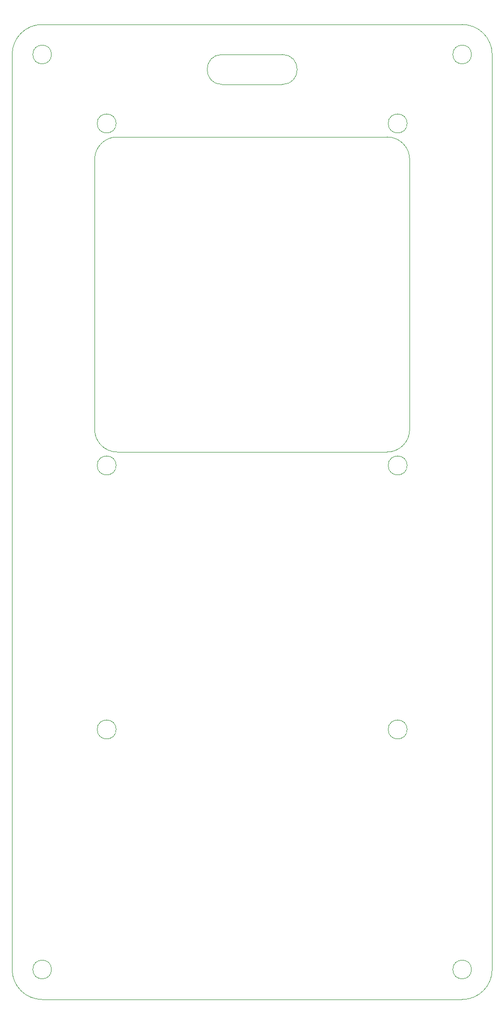
<source format=gbr>
G04 #@! TF.GenerationSoftware,KiCad,Pcbnew,(5.1.2-1)-1*
G04 #@! TF.CreationDate,2019-08-09T18:15:57-05:00*
G04 #@! TF.ProjectId,Interactive Core Memory Badge v0.1,496e7465-7261-4637-9469-766520436f72,0.1*
G04 #@! TF.SameCoordinates,Original*
G04 #@! TF.FileFunction,Profile,NP*
%FSLAX46Y46*%
G04 Gerber Fmt 4.6, Leading zero omitted, Abs format (unit mm)*
G04 Created by KiCad (PCBNEW (5.1.2-1)-1) date 2019-08-09 18:15:57*
%MOMM*%
%LPD*%
G04 APERTURE LIST*
%ADD10C,0.050000*%
G04 APERTURE END LIST*
D10*
X130175000Y-28575000D02*
G75*
G02X135255000Y-33655000I0J-5080000D01*
G01*
X135255000Y-188595000D02*
G75*
G02X130175000Y-193675000I-5080000J0D01*
G01*
X53975000Y-33655000D02*
G75*
G02X59055000Y-28575000I5080000J0D01*
G01*
X131762500Y-33655000D02*
G75*
G03X131762500Y-33655000I-1587500J0D01*
G01*
X131762500Y-188595000D02*
G75*
G03X131762500Y-188595000I-1587500J0D01*
G01*
X60642500Y-188595000D02*
G75*
G03X60642500Y-188595000I-1587500J0D01*
G01*
X60642500Y-33655000D02*
G75*
G03X60642500Y-33655000I-1587500J0D01*
G01*
X71583437Y-147955000D02*
G75*
G03X71583437Y-147955000I-1606437J0D01*
G01*
X120859437Y-103251000D02*
G75*
G03X120859437Y-103251000I-1606437J0D01*
G01*
X135255000Y-33655000D02*
X135255000Y-188595000D01*
X120859437Y-147955000D02*
G75*
G03X120859437Y-147955000I-1606437J0D01*
G01*
X71583437Y-103251000D02*
G75*
G03X71583437Y-103251000I-1606437J0D01*
G01*
X71583437Y-45339000D02*
G75*
G03X71583437Y-45339000I-1606437J0D01*
G01*
X120859437Y-45339000D02*
G75*
G03X120859437Y-45339000I-1606437J0D01*
G01*
X89535000Y-38735000D02*
X99695000Y-38735000D01*
X89535000Y-33655000D02*
X99695000Y-33655000D01*
X99695000Y-33655000D02*
G75*
G02X99695000Y-38735000I0J-2540000D01*
G01*
X89535000Y-38735000D02*
G75*
G02X89535000Y-33655000I0J2540000D01*
G01*
X67945000Y-51435000D02*
X67945000Y-97155000D01*
X117475000Y-47625000D02*
X71755000Y-47625000D01*
X121285000Y-97155000D02*
X121285000Y-51435000D01*
X71755000Y-100965000D02*
X117475000Y-100965000D01*
X71755000Y-100965000D02*
G75*
G02X67945000Y-97155000I0J3810000D01*
G01*
X121285000Y-97155000D02*
G75*
G02X117475000Y-100965000I-3810000J0D01*
G01*
X117475000Y-47625000D02*
G75*
G02X121285000Y-51435000I0J-3810000D01*
G01*
X67945000Y-51435000D02*
G75*
G02X71755000Y-47625000I3810000J0D01*
G01*
X53975000Y-188595000D02*
X53975000Y-33655000D01*
X59055000Y-193675000D02*
X130175000Y-193675000D01*
X59055000Y-193675000D02*
G75*
G02X53975000Y-188595000I0J5080000D01*
G01*
X59055000Y-28575000D02*
X130175000Y-28575000D01*
M02*

</source>
